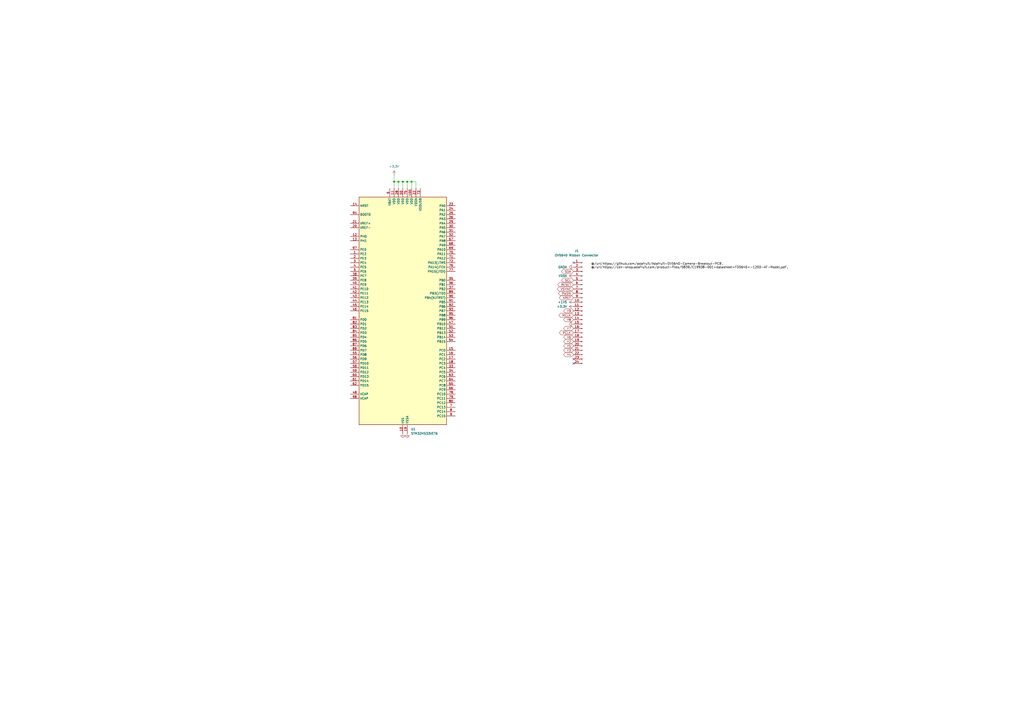
<source format=kicad_sch>
(kicad_sch (version 20250114) (generator "eeschema") (generator_version "9.0")
  (paper "A2")
  (lib_symbols
    (symbol "Connector:Conn_01x24_Pin" (pin_names (offset 1.016) (hide yes))
      (property "Reference" "J" (at 0 30.48 0))
      (property "Value" "Conn_01x24_Pin" (at 0 -33.02 0))
      (symbol "Conn_01x24_Pin_1_1"
        (rectangle (start 0.8636 28.067) (end 0 27.813) (stroke (width 0.1524)) (fill (type outline)))
        (rectangle (start 0.8636 25.527) (end 0 25.273) (stroke (width 0.1524)) (fill (type outline)))
        (rectangle (start 0.8636 22.987) (end 0 22.733) (stroke (width 0.1524)) (fill (type outline)))
        (rectangle (start 0.8636 20.447) (end 0 20.193) (stroke (width 0.1524)) (fill (type outline)))
        (rectangle (start 0.8636 17.907) (end 0 17.653) (stroke (width 0.1524)) (fill (type outline)))
        (rectangle (start 0.8636 15.367) (end 0 15.113) (stroke (width 0.1524)) (fill (type outline)))
        (rectangle (start 0.8636 12.827) (end 0 12.573) (stroke (width 0.1524)) (fill (type outline)))
        (rectangle (start 0.8636 10.287) (end 0 10.033) (stroke (width 0.1524)) (fill (type outline)))
        (rectangle (start 0.8636 7.747) (end 0 7.493) (stroke (width 0.1524)) (fill (type outline)))
        (rectangle (start 0.8636 5.207) (end 0 4.953) (stroke (width 0.1524)) (fill (type outline)))
        (rectangle (start 0.8636 2.667) (end 0 2.413) (stroke (width 0.1524)) (fill (type outline)))
        (rectangle (start 0.8636 0.127) (end 0 -0.127) (stroke (width 0.1524)) (fill (type outline)))
        (rectangle (start 0.8636 -2.413) (end 0 -2.667) (stroke (width 0.1524)) (fill (type outline)))
        (rectangle (start 0.8636 -4.953) (end 0 -5.207) (stroke (width 0.1524)) (fill (type outline)))
        (rectangle (start 0.8636 -7.493) (end 0 -7.747) (stroke (width 0.1524)) (fill (type outline)))
        (rectangle (start 0.8636 -10.033) (end 0 -10.287) (stroke (width 0.1524)) (fill (type outline)))
        (rectangle (start 0.8636 -12.573) (end 0 -12.827) (stroke (width 0.1524)) (fill (type outline)))
        (rectangle (start 0.8636 -15.113) (end 0 -15.367) (stroke (width 0.1524)) (fill (type outline)))
        (rectangle (start 0.8636 -17.653) (end 0 -17.907) (stroke (width 0.1524)) (fill (type outline)))
        (rectangle (start 0.8636 -20.193) (end 0 -20.447) (stroke (width 0.1524)) (fill (type outline)))
        (rectangle (start 0.8636 -22.733) (end 0 -22.987) (stroke (width 0.1524)) (fill (type outline)))
        (rectangle (start 0.8636 -25.273) (end 0 -25.527) (stroke (width 0.1524)) (fill (type outline)))
        (rectangle (start 0.8636 -27.813) (end 0 -28.067) (stroke (width 0.1524)) (fill (type outline)))
        (rectangle (start 0.8636 -30.353) (end 0 -30.607) (stroke (width 0.1524)) (fill (type outline)))
        (polyline (pts (xy 1.27 27.94) (xy 0.8636 27.94)) (stroke (width 0.1524)))
        (polyline (pts (xy 1.27 25.4) (xy 0.8636 25.4)) (stroke (width 0.1524)))
        (polyline (pts (xy 1.27 22.86) (xy 0.8636 22.86)) (stroke (width 0.1524)))
        (polyline (pts (xy 1.27 20.32) (xy 0.8636 20.32)) (stroke (width 0.1524)))
        (polyline (pts (xy 1.27 17.78) (xy 0.8636 17.78)) (stroke (width 0.1524)))
        (polyline (pts (xy 1.27 15.24) (xy 0.8636 15.24)) (stroke (width 0.1524)))
        (polyline (pts (xy 1.27 12.7) (xy 0.8636 12.7)) (stroke (width 0.1524)))
        (polyline (pts (xy 1.27 10.16) (xy 0.8636 10.16)) (stroke (width 0.1524)))
        (polyline (pts (xy 1.27 7.62) (xy 0.8636 7.62)) (stroke (width 0.1524)))
        (polyline (pts (xy 1.27 5.08) (xy 0.8636 5.08)) (stroke (width 0.1524)))
        (polyline (pts (xy 1.27 2.54) (xy 0.8636 2.54)) (stroke (width 0.1524)))
        (polyline (pts (xy 1.27 0) (xy 0.8636 0)) (stroke (width 0.1524)))
        (polyline (pts (xy 1.27 -2.54) (xy 0.8636 -2.54)) (stroke (width 0.1524)))
        (polyline (pts (xy 1.27 -5.08) (xy 0.8636 -5.08)) (stroke (width 0.1524)))
        (polyline (pts (xy 1.27 -7.62) (xy 0.8636 -7.62)) (stroke (width 0.1524)))
        (polyline (pts (xy 1.27 -10.16) (xy 0.8636 -10.16)) (stroke (width 0.1524)))
        (polyline (pts (xy 1.27 -12.7) (xy 0.8636 -12.7)) (stroke (width 0.1524)))
        (polyline (pts (xy 1.27 -15.24) (xy 0.8636 -15.24)) (stroke (width 0.1524)))
        (polyline (pts (xy 1.27 -17.78) (xy 0.8636 -17.78)) (stroke (width 0.1524)))
        (polyline (pts (xy 1.27 -20.32) (xy 0.8636 -20.32)) (stroke (width 0.1524)))
        (polyline (pts (xy 1.27 -22.86) (xy 0.8636 -22.86)) (stroke (width 0.1524)))
        (polyline (pts (xy 1.27 -25.4) (xy 0.8636 -25.4)) (stroke (width 0.1524)))
        (polyline (pts (xy 1.27 -27.94) (xy 0.8636 -27.94)) (stroke (width 0.1524)))
        (polyline (pts (xy 1.27 -30.48) (xy 0.8636 -30.48)) (stroke (width 0.1524)))
        (pin passive line (at 5.08 27.94 180) (length 3.81) (name "Pin_1") (number "1"))
        (pin passive line (at 5.08 25.4 180) (length 3.81) (name "Pin_2") (number "2"))
        (pin passive line (at 5.08 22.86 180) (length 3.81) (name "Pin_3") (number "3"))
        (pin passive line (at 5.08 20.32 180) (length 3.81) (name "Pin_4") (number "4"))
        (pin passive line (at 5.08 17.78 180) (length 3.81) (name "Pin_5") (number "5"))
        (pin passive line (at 5.08 15.24 180) (length 3.81) (name "Pin_6") (number "6"))
        (pin passive line (at 5.08 12.7 180) (length 3.81) (name "Pin_7") (number "7"))
        (pin passive line (at 5.08 10.16 180) (length 3.81) (name "Pin_8") (number "8"))
        (pin passive line (at 5.08 7.62 180) (length 3.81) (name "Pin_9") (number "9"))
        (pin passive line (at 5.08 5.08 180) (length 3.81) (name "Pin_10") (number "10"))
        (pin passive line (at 5.08 2.54 180) (length 3.81) (name "Pin_11") (number "11"))
        (pin passive line (at 5.08 0 180) (length 3.81) (name "Pin_12") (number "12"))
        (pin passive line (at 5.08 -2.54 180) (length 3.81) (name "Pin_13") (number "13"))
        (pin passive line (at 5.08 -5.08 180) (length 3.81) (name "Pin_14") (number "14"))
        (pin passive line (at 5.08 -7.62 180) (length 3.81) (name "Pin_15") (number "15"))
        (pin passive line (at 5.08 -10.16 180) (length 3.81) (name "Pin_16") (number "16"))
        (pin passive line (at 5.08 -12.7 180) (length 3.81) (name "Pin_17") (number "17"))
        (pin passive line (at 5.08 -15.24 180) (length 3.81) (name "Pin_18") (number "18"))
        (pin passive line (at 5.08 -17.78 180) (length 3.81) (name "Pin_19") (number "19"))
        (pin passive line (at 5.08 -20.32 180) (length 3.81) (name "Pin_20") (number "20"))
        (pin passive line (at 5.08 -22.86 180) (length 3.81) (name "Pin_21") (number "21"))
        (pin passive line (at 5.08 -25.4 180) (length 3.81) (name "Pin_22") (number "22"))
        (pin passive line (at 5.08 -27.94 180) (length 3.81) (name "Pin_23") (number "23"))
        (pin passive line (at 5.08 -30.48 180) (length 3.81) (name "Pin_24") (number "24"))
      )
    )
    (symbol "MCU_ST_STM32H5:STM32H533VETx"
      (property "Reference" "U" (at -25.4 67.31 0))
      (property "Value" "STM32H533VETx" (at 12.7 67.31 0))
      (symbol "STM32H533VETx_0_1"
        (rectangle (start -25.4 -66.04) (end 25.4 66.04) (stroke (width 0.254)) (fill (type background)))
      )
      (symbol "STM32H533VETx_1_1"
        (pin input line (at -30.48 60.96 0) (length 5.08) (name "NRST") (number "14"))
        (pin input line (at -30.48 55.88 0) (length 5.08) (name "BOOT0") (number "94"))
        (pin input line (at -30.48 50.8 0) (length 5.08) (name "VREF+") (number "21"))
        (pin input line (at -30.48 48.26 0) (length 5.08) (name "VREF-") (number "20"))
        (pin bidirectional line (at -30.48 43.18 0) (length 5.08) (name "PH0") (number "12"))
        (pin bidirectional line (at -30.48 40.64 0) (length 5.08) (name "PH1") (number "13"))
        (pin bidirectional line (at -30.48 35.56 0) (length 5.08) (name "PE0") (number "97"))
        (pin bidirectional line (at -30.48 33.02 0) (length 5.08) (name "PE2") (number "1"))
        (pin bidirectional line (at -30.48 30.48 0) (length 5.08) (name "PE3") (number "2"))
        (pin bidirectional line (at -30.48 27.94 0) (length 5.08) (name "PE4") (number "3"))
        (pin bidirectional line (at -30.48 25.4 0) (length 5.08) (name "PE5") (number "4"))
        (pin bidirectional line (at -30.48 22.86 0) (length 5.08) (name "PE6") (number "5"))
        (pin bidirectional line (at -30.48 20.32 0) (length 5.08) (name "PE7") (number "38"))
        (pin bidirectional line (at -30.48 17.78 0) (length 5.08) (name "PE8") (number "39"))
        (pin bidirectional line (at -30.48 15.24 0) (length 5.08) (name "PE9") (number "40"))
        (pin bidirectional line (at -30.48 12.7 0) (length 5.08) (name "PE10") (number "41"))
        (pin bidirectional line (at -30.48 10.16 0) (length 5.08) (name "PE11") (number "42"))
        (pin bidirectional line (at -30.48 7.62 0) (length 5.08) (name "PE12") (number "43"))
        (pin bidirectional line (at -30.48 5.08 0) (length 5.08) (name "PE13") (number "44"))
        (pin bidirectional line (at -30.48 2.54 0) (length 5.08) (name "PE14") (number "45"))
        (pin bidirectional line (at -30.48 0 0) (length 5.08) (name "PE15") (number "46"))
        (pin bidirectional line (at -30.48 -5.08 0) (length 5.08) (name "PD0") (number "81"))
        (pin bidirectional line (at -30.48 -7.62 0) (length 5.08) (name "PD1") (number "82"))
        (pin bidirectional line (at -30.48 -10.16 0) (length 5.08) (name "PD2") (number "83"))
        (pin bidirectional line (at -30.48 -12.7 0) (length 5.08) (name "PD3") (number "84"))
        (pin bidirectional line (at -30.48 -15.24 0) (length 5.08) (name "PD4") (number "85"))
        (pin bidirectional line (at -30.48 -17.78 0) (length 5.08) (name "PD5") (number "86"))
        (pin bidirectional line (at -30.48 -20.32 0) (length 5.08) (name "PD6") (number "87"))
        (pin bidirectional line (at -30.48 -22.86 0) (length 5.08) (name "PD7") (number "88"))
        (pin bidirectional line (at -30.48 -25.4 0) (length 5.08) (name "PD8") (number "55"))
        (pin bidirectional line (at -30.48 -27.94 0) (length 5.08) (name "PD9") (number "56"))
        (pin bidirectional line (at -30.48 -30.48 0) (length 5.08) (name "PD10") (number "57"))
        (pin bidirectional line (at -30.48 -33.02 0) (length 5.08) (name "PD11") (number "58"))
        (pin bidirectional line (at -30.48 -35.56 0) (length 5.08) (name "PD12") (number "59"))
        (pin bidirectional line (at -30.48 -38.1 0) (length 5.08) (name "PD13") (number "60"))
        (pin bidirectional line (at -30.48 -40.64 0) (length 5.08) (name "PD14") (number "61"))
        (pin bidirectional line (at -30.48 -43.18 0) (length 5.08) (name "PD15") (number "62"))
        (pin power_out line (at -30.48 -48.26 0) (length 5.08) (name "VCAP") (number "48"))
        (pin power_out line (at -30.48 -50.8 0) (length 5.08) (name "VCAP") (number "98"))
        (pin power_in line (at -7.62 71.12 270) (length 5.08) (name "VBAT") (number "6"))
        (pin power_in line (at -5.08 71.12 270) (length 5.08) (name "VDD") (number "11"))
        (pin power_in line (at -2.54 71.12 270) (length 5.08) (name "VDD") (number "28"))
        (pin power_in line (at 0 71.12 270) (length 5.08) (name "VDD") (number "50"))
        (pin power_in line (at 0 -71.12 90) (length 5.08) (name "VSS") (number "10"))
        (pin passive line (at 0 -71.12 90) (length 5.08) (hide yes) (name "VSS") (number "27"))
        (pin passive line (at 0 -71.12 90) (length 5.08) (hide yes) (name "VSS") (number "49"))
        (pin passive line (at 0 -71.12 90) (length 5.08) (hide yes) (name "VSS") (number "74"))
        (pin passive line (at 0 -71.12 90) (length 5.08) (hide yes) (name "VSS") (number "99"))
        (pin power_in line (at 2.54 71.12 270) (length 5.08) (name "VDD") (number "75"))
        (pin power_in line (at 2.54 -71.12 90) (length 5.08) (name "VSSA") (number "19"))
        (pin power_in line (at 5.08 71.12 270) (length 5.08) (name "VDD") (number "100"))
        (pin power_in line (at 7.62 71.12 270) (length 5.08) (name "VDDA") (number "22"))
        (pin power_in line (at 10.16 71.12 270) (length 5.08) (name "VDDUSB") (number "73"))
        (pin bidirectional line (at 30.48 60.96 180) (length 5.08) (name "PA0") (number "23"))
        (pin bidirectional line (at 30.48 58.42 180) (length 5.08) (name "PA1") (number "24"))
        (pin bidirectional line (at 30.48 55.88 180) (length 5.08) (name "PA2") (number "25"))
        (pin bidirectional line (at 30.48 53.34 180) (length 5.08) (name "PA3") (number "26"))
        (pin bidirectional line (at 30.48 50.8 180) (length 5.08) (name "PA4") (number "29"))
        (pin bidirectional line (at 30.48 48.26 180) (length 5.08) (name "PA5") (number "30"))
        (pin bidirectional line (at 30.48 45.72 180) (length 5.08) (name "PA6") (number "31"))
        (pin bidirectional line (at 30.48 43.18 180) (length 5.08) (name "PA7") (number "32"))
        (pin bidirectional line (at 30.48 40.64 180) (length 5.08) (name "PA8") (number "67"))
        (pin bidirectional line (at 30.48 38.1 180) (length 5.08) (name "PA9") (number "68"))
        (pin bidirectional line (at 30.48 35.56 180) (length 5.08) (name "PA10") (number "69"))
        (pin bidirectional line (at 30.48 33.02 180) (length 5.08) (name "PA11") (number "70"))
        (pin bidirectional line (at 30.48 30.48 180) (length 5.08) (name "PA12") (number "71"))
        (pin bidirectional line (at 30.48 27.94 180) (length 5.08) (name "PA13(JTMS") (number "72"))
        (pin bidirectional line (at 30.48 25.4 180) (length 5.08) (name "PA14(JTCK") (number "76"))
        (pin bidirectional line (at 30.48 22.86 180) (length 5.08) (name "PA15(JTDI)") (number "77"))
        (pin bidirectional line (at 30.48 17.78 180) (length 5.08) (name "PB0") (number "35"))
        (pin bidirectional line (at 30.48 15.24 180) (length 5.08) (name "PB1") (number "36"))
        (pin bidirectional line (at 30.48 12.7 180) (length 5.08) (name "PB2") (number "37"))
        (pin bidirectional line (at 30.48 10.16 180) (length 5.08) (name "PB3(JTDO") (number "89"))
        (pin bidirectional line (at 30.48 7.62 180) (length 5.08) (name "PB4(NJTRST)") (number "90"))
        (pin bidirectional line (at 30.48 5.08 180) (length 5.08) (name "PB5") (number "91"))
        (pin bidirectional line (at 30.48 2.54 180) (length 5.08) (name "PB6") (number "92"))
        (pin bidirectional line (at 30.48 0 180) (length 5.08) (name "PB7") (number "93"))
        (pin bidirectional line (at 30.48 -2.54 180) (length 5.08) (name "PB8") (number "95"))
        (pin bidirectional line (at 30.48 -5.08 180) (length 5.08) (name "PB9") (number "96"))
        (pin bidirectional line (at 30.48 -7.62 180) (length 5.08) (name "PB10") (number "47"))
        (pin bidirectional line (at 30.48 -10.16 180) (length 5.08) (name "PB12") (number "51"))
        (pin bidirectional line (at 30.48 -12.7 180) (length 5.08) (name "PB13") (number "52"))
        (pin bidirectional line (at 30.48 -15.24 180) (length 5.08) (name "PB14") (number "53"))
        (pin bidirectional line (at 30.48 -17.78 180) (length 5.08) (name "PB15") (number "54"))
        (pin bidirectional line (at 30.48 -22.86 180) (length 5.08) (name "PC0") (number "15"))
        (pin bidirectional line (at 30.48 -25.4 180) (length 5.08) (name "PC1") (number "16"))
        (pin bidirectional line (at 30.48 -27.94 180) (length 5.08) (name "PC2") (number "17"))
        (pin bidirectional line (at 30.48 -30.48 180) (length 5.08) (name "PC3") (number "18"))
        (pin bidirectional line (at 30.48 -33.02 180) (length 5.08) (name "PC4") (number "33"))
        (pin bidirectional line (at 30.48 -35.56 180) (length 5.08) (name "PC5") (number "34"))
        (pin bidirectional line (at 30.48 -38.1 180) (length 5.08) (name "PC6") (number "63"))
        (pin bidirectional line (at 30.48 -40.64 180) (length 5.08) (name "PC7") (number "64"))
        (pin bidirectional line (at 30.48 -43.18 180) (length 5.08) (name "PC8") (number "65"))
        (pin bidirectional line (at 30.48 -45.72 180) (length 5.08) (name "PC9") (number "66"))
        (pin bidirectional line (at 30.48 -48.26 180) (length 5.08) (name "PC10") (number "78"))
        (pin bidirectional line (at 30.48 -50.8 180) (length 5.08) (name "PC11") (number "79"))
        (pin bidirectional line (at 30.48 -53.34 180) (length 5.08) (name "PC12") (number "80"))
        (pin bidirectional line (at 30.48 -55.88 180) (length 5.08) (name "PC13") (number "7"))
        (pin bidirectional line (at 30.48 -58.42 180) (length 5.08) (name "PC14") (number "8"))
        (pin bidirectional line (at 30.48 -60.96 180) (length 5.08) (name "PC15") (number "9"))
      )
    )
    (symbol "power:+1V5" (power) (pin_numbers (hide yes)) (pin_names (offset 0) (hide yes))
      (property "Value" "+1V5" (at 0 3.556 0))
      (symbol "+1V5_0_1"
        (polyline (pts (xy -0.762 1.27) (xy 0 2.54)))
        (polyline (pts (xy 0 2.54) (xy 0.762 1.27)))
        (polyline (pts (xy 0 0) (xy 0 2.54)))
      )
      (symbol "+1V5_1_1"
        (pin power_in line (at 0 0 90) (length 0) (name "~") (number "1"))
      )
    )
    (symbol "power:+3.3V" (power) (pin_numbers (hide yes)) (pin_names (offset 0) (hide yes))
      (property "Value" "+3.3V" (at 0 3.556 0))
      (symbol "+3.3V_0_1"
        (polyline (pts (xy -0.762 1.27) (xy 0 2.54)))
        (polyline (pts (xy 0 2.54) (xy 0.762 1.27)))
        (polyline (pts (xy 0 0) (xy 0 2.54)))
      )
      (symbol "+3.3V_1_1"
        (pin power_in line (at 0 0 90) (length 0) (name "~") (number "1"))
      )
    )
    (symbol "power:GND" (power) (pin_numbers (hide yes)) (pin_names (offset 0) (hide yes))
      (property "Value" "GND" (at 0 -3.81 0))
      (symbol "GND_0_1"
        (polyline (pts (xy 0 0) (xy 0 -1.27) (xy 1.27 -1.27) (xy 0 -2.54) (xy -1.27 -1.27) (xy 0 -1.27)))
      )
      (symbol "GND_1_1"
        (pin power_in line (at 0 0 270) (length 0) (name "~") (number "1"))
      )
    )
    (symbol "power:GNDA" (power) (pin_numbers (hide yes)) (pin_names (offset 0) (hide yes))
      (property "Value" "GNDA" (at 0 -3.81 0))
      (symbol "GNDA_0_1"
        (polyline (pts (xy 0 0) (xy 0 -1.27) (xy 1.27 -1.27) (xy 0 -2.54) (xy -1.27 -1.27) (xy 0 -1.27)))
      )
      (symbol "GNDA_1_1"
        (pin power_in line (at 0 0 270) (length 0) (name "~") (number "1"))
      )
    )
    (symbol "power:VDDA" (power) (pin_numbers (hide yes)) (pin_names (offset 0) (hide yes))
      (property "Value" "VDDA" (at 0 3.556 0))
      (symbol "VDDA_0_1"
        (polyline (pts (xy -0.762 1.27) (xy 0 2.54)))
        (polyline (pts (xy 0 2.54) (xy 0.762 1.27)))
        (polyline (pts (xy 0 0) (xy 0 2.54)))
      )
      (symbol "VDDA_1_1"
        (pin power_in line (at 0 0 90) (length 0) (name "~") (number "1"))
      )
    )
  )
  (text "@/url:`https://github.com/adafruit/Adafruit-OV5640-Camera-Breakout-PCB`.\n@/url:`https://cdn-shop.adafruit.com/product-files/5839/C19938-001+datasheet+FD5640+-120D-AF-Model.pdf`." (at 342.9 152.4 0) (effects (font (size 1.27 1.27)) (justify left top)))
  (junction (at 236.22 105.41))
  (junction (at 233.68 105.41))
  (junction (at 231.14 105.41))
  (junction (at 228.6 105.41))
  (junction (at 238.76 105.41))
  (no_connect (at 332.74 152.4))
  (no_connect (at 332.74 210.82))
  (no_connect (at 332.74 208.28))
  (wire (pts (xy 238.76 105.41) (xy 241.3 105.41)))
  (wire (pts (xy 236.22 105.41) (xy 236.22 109.22)))
  (wire (pts (xy 238.76 105.41) (xy 238.76 109.22)))
  (wire (pts (xy 233.68 105.41) (xy 236.22 105.41)))
  (wire (pts (xy 228.6 105.41) (xy 228.6 109.22)))
  (wire (pts (xy 241.3 105.41) (xy 241.3 109.22)))
  (wire (pts (xy 236.22 105.41) (xy 238.76 105.41)))
  (wire (pts (xy 231.14 105.41) (xy 231.14 109.22)))
  (wire (pts (xy 228.6 101.6) (xy 228.6 105.41)))
  (wire (pts (xy 233.68 105.41) (xy 233.68 109.22)))
  (wire (pts (xy 231.14 105.41) (xy 233.68 105.41)))
  (wire (pts (xy 228.6 105.41) (xy 231.14 105.41)))
  (global_label "PCLK" (shape bidirectional) (at 332.74 193.04 180) (property "Intersheetrefs" "${INTERSHEET_REFS}" (effects (hide yes))))
  (global_label "Y4" (shape bidirectional) (at 332.74 205.74 180) (property "Intersheetrefs" "${INTERSHEET_REFS}" (effects (hide yes))))
  (global_label "Y3" (shape bidirectional) (at 332.74 203.2 180) (property "Intersheetrefs" "${INTERSHEET_REFS}" (effects (hide yes))))
  (global_label "RESET" (shape bidirectional) (at 332.74 165.1 180) (property "Intersheetrefs" "${INTERSHEET_REFS}" (effects (hide yes))))
  (global_label "VSYNC" (shape bidirectional) (at 332.74 167.64 180) (property "Intersheetrefs" "${INTERSHEET_REFS}" (effects (hide yes))))
  (global_label "Y8" (shape bidirectional) (at 332.74 185.42 180) (property "Intersheetrefs" "${INTERSHEET_REFS}" (effects (hide yes))))
  (global_label "Y6" (shape bidirectional) (at 332.74 195.58 180) (property "Intersheetrefs" "${INTERSHEET_REFS}" (effects (hide yes))))
  (global_label "Y7" (shape bidirectional) (at 332.74 190.5 180) (property "Intersheetrefs" "${INTERSHEET_REFS}" (effects (hide yes))))
  (global_label "PWDN" (shape bidirectional) (at 332.74 170.18 180) (property "Intersheetrefs" "${INTERSHEET_REFS}" (effects (hide yes))))
  (global_label "Y2" (shape bidirectional) (at 332.74 198.12 180) (property "Intersheetrefs" "${INTERSHEET_REFS}" (effects (hide yes))))
  (global_label "SCL" (shape bidirectional) (at 332.74 162.56 180) (property "Intersheetrefs" "${INTERSHEET_REFS}" (effects (hide yes))))
  (global_label "Y5" (shape bidirectional) (at 332.74 200.66 180) (property "Intersheetrefs" "${INTERSHEET_REFS}" (effects (hide yes))))
  (global_label "SDA" (shape bidirectional) (at 332.74 157.48 180) (property "Intersheetrefs" "${INTERSHEET_REFS}" (effects (hide yes))))
  (global_label "HREF" (shape bidirectional) (at 332.74 172.72 180) (property "Intersheetrefs" "${INTERSHEET_REFS}" (effects (hide yes))))
  (global_label "Y9" (shape bidirectional) (at 332.74 180.34 180) (property "Intersheetrefs" "${INTERSHEET_REFS}" (effects (hide yes))))
  (global_label "MCLK" (shape bidirectional) (at 332.74 182.88 180) (property "Intersheetrefs" "${INTERSHEET_REFS}" (effects (hide yes))))
  (symbol (lib_id "Connector:Conn_01x24_Pin") (at 337.82 180.34 0) (mirror y) (unit 1)
    (property "Reference" "J1" (at 334.518 145.542 0))
    (property "Value" "OV5640 Ribbon Connector" (at 334.518 148.082 0))
    (property "Footprint" "pcb:Flat Flexible Cable 24-Pin 0.5mm Connector" (effects (hide yes)))
    (property "Description" "Generic connector, single row, 01x24, script generated" (effects (hide yes)))
  )
  (symbol (lib_id "power:+3.3V") (at 332.74 177.8 90) (unit 1)
    (property "Reference" "#PWR07" (effects (hide yes)))
    (property "Value" "+3.3V" (at 328.93 177.7999 90) (effects (justify left)))
    (property "Description" "Power symbol creates a global label with name \"+3.3V\"" (effects (hide yes)))
  )
  (symbol (lib_id "MCU_ST_STM32H5:STM32H533VETx") (at 233.68 180.34 0) (unit 1)
    (property "Reference" "U1" (at 238.3633 248.92 0) (effects (justify left)))
    (property "Value" "STM32H533VET6" (at 238.3633 251.46 0) (effects (justify left)))
    (property "Footprint" "Package_QFP:LQFP-100_14x14mm_P0.5mm" (effects (hide yes)))
    (property "Datasheet" "https://www.st.com/resource/en/datasheet/stm32h533ve.pdf" (effects (hide yes)))
    (property "Description" "STMicroelectronics Arm Cortex-M33 MCU, 512KB flash, 272KB RAM, 80 GPIO, LQFP100" (effects (hide yes)))
  )
  (symbol (lib_id "power:GND") (at 332.74 187.96 270) (unit 1)
    (property "Reference" "#PWR08" (effects (hide yes)))
    (property "Value" "GND" (effects (hide yes)))
    (property "Description" "Power symbol creates a global label with name \"GND\" , ground" (effects (hide yes)))
  )
  (symbol (lib_id "power:+3.3V") (at 228.6 101.6 0) (unit 1)
    (property "Reference" "#PWR03" (effects (hide yes)))
    (property "Value" "+3.3V" (at 228.6 96.52 0))
    (property "Description" "Power symbol creates a global label with name \"+3.3V\"" (effects (hide yes)))
  )
  (symbol (lib_id "power:GND") (at 233.68 251.46 0) (unit 1)
    (property "Reference" "#PWR01" (effects (hide yes)))
    (property "Value" "GND" (effects (hide yes)))
    (property "Description" "Power symbol creates a global label with name \"GND\" , ground" (effects (hide yes)))
  )
  (symbol (lib_id "power:GND") (at 236.22 251.46 0) (unit 1)
    (property "Reference" "#PWR02" (effects (hide yes)))
    (property "Value" "GND" (effects (hide yes)))
    (property "Description" "Power symbol creates a global label with name \"GND\" , ground" (effects (hide yes)))
  )
  (symbol (lib_id "power:VDDA") (at 332.74 160.02 90) (unit 1)
    (property "Reference" "#PWR05" (effects (hide yes)))
    (property "Value" "VDDA" (at 328.93 160.0199 90) (effects (justify left)))
    (property "Description" "Power symbol creates a global label with name \"VDDA\"" (effects (hide yes)))
  )
  (symbol (lib_id "power:+1V5") (at 332.74 175.26 90) (unit 1)
    (property "Reference" "#PWR06" (effects (hide yes)))
    (property "Value" "+1V5" (at 328.93 175.2599 90) (effects (justify left)))
    (property "Description" "Power symbol creates a global label with name \"+1V5\"" (effects (hide yes)))
  )
  (symbol (lib_id "power:GNDA") (at 332.74 154.94 270) (unit 1)
    (property "Reference" "#PWR04" (effects (hide yes)))
    (property "Value" "GNDA" (at 328.93 154.9399 90) (effects (justify right)))
    (property "Description" "Power symbol creates a global label with name \"GNDA\" , analog ground" (effects (hide yes)))
  )
)
</source>
